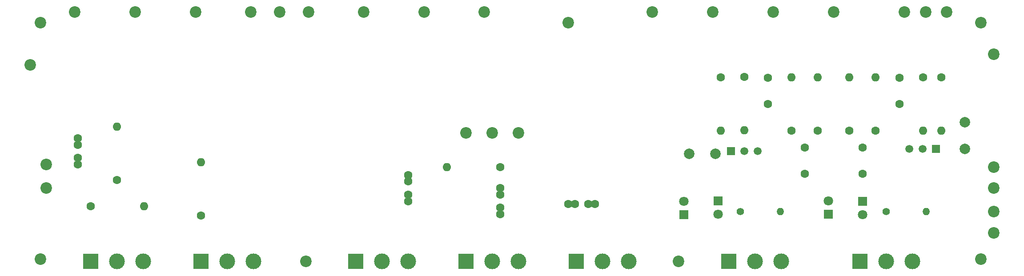
<source format=gbr>
%TF.GenerationSoftware,KiCad,Pcbnew,9.0.0*%
%TF.CreationDate,2025-02-28T17:27:40-06:00*%
%TF.ProjectId,Block-amp-front,426c6f63-6b2d-4616-9d70-2d66726f6e74,v0.1*%
%TF.SameCoordinates,Original*%
%TF.FileFunction,Soldermask,Bot*%
%TF.FilePolarity,Negative*%
%FSLAX46Y46*%
G04 Gerber Fmt 4.6, Leading zero omitted, Abs format (unit mm)*
G04 Created by KiCad (PCBNEW 9.0.0) date 2025-02-28 17:27:40*
%MOMM*%
%LPD*%
G01*
G04 APERTURE LIST*
%ADD10C,2.200000*%
%ADD11C,1.600000*%
%ADD12O,1.600000X1.600000*%
%ADD13R,1.800000X1.800000*%
%ADD14C,1.800000*%
%ADD15R,3.000000X3.000000*%
%ADD16C,3.000000*%
%ADD17C,1.400000*%
%ADD18O,1.400000X1.400000*%
%ADD19R,1.500000X1.500000*%
%ADD20C,1.500000*%
%ADD21C,2.000000*%
G04 APERTURE END LIST*
D10*
%TO.C,J26*%
X206000000Y-135500000D03*
%TD*%
%TO.C,J27*%
X206000000Y-131500000D03*
%TD*%
D11*
%TO.C,R10*%
X192500000Y-105920000D03*
D12*
X192500000Y-116080000D03*
%TD*%
D11*
%TO.C,C5*%
X163000000Y-111000000D03*
X163000000Y-106000000D03*
%TD*%
D13*
%TO.C,D4*%
X153500000Y-129460000D03*
D14*
X153500000Y-132000000D03*
%TD*%
D13*
%TO.C,D2*%
X181000000Y-129500000D03*
D14*
X181000000Y-132040000D03*
%TD*%
D10*
%TO.C,H1*%
X24500000Y-95500000D03*
%TD*%
D13*
%TO.C,D1*%
X174500000Y-132000000D03*
D14*
X174500000Y-129460000D03*
%TD*%
D10*
%TO.C,J12*%
X164000000Y-93500000D03*
%TD*%
%TO.C,J29*%
X206000000Y-127000000D03*
%TD*%
D11*
%TO.C,R15*%
X154000000Y-105920000D03*
D12*
X154000000Y-116080000D03*
%TD*%
D10*
%TO.C,J5*%
X97500000Y-93500000D03*
%TD*%
D11*
%TO.C,R12*%
X172500000Y-116080000D03*
D12*
X172500000Y-105920000D03*
%TD*%
D15*
%TO.C,RV3*%
X84500000Y-141000000D03*
D16*
X89500000Y-141000000D03*
X94500000Y-141000000D03*
%TD*%
D10*
%TO.C,J9*%
X141000000Y-93500000D03*
%TD*%
%TO.C,J11*%
X109000000Y-93500000D03*
%TD*%
%TO.C,J7*%
X31000000Y-93500000D03*
%TD*%
D15*
%TO.C,RV2*%
X55000000Y-141000000D03*
D16*
X60000000Y-141000000D03*
X65000000Y-141000000D03*
%TD*%
D10*
%TO.C,J30*%
X206000000Y-123000000D03*
%TD*%
D15*
%TO.C,RV4*%
X105500000Y-141000000D03*
D16*
X110500000Y-141000000D03*
X115500000Y-141000000D03*
%TD*%
D10*
%TO.C,J18*%
X70000000Y-93500000D03*
%TD*%
D11*
%TO.C,R4*%
X112000000Y-123000000D03*
D12*
X101840000Y-123000000D03*
%TD*%
D11*
%TO.C,R3*%
X55000000Y-132250000D03*
D12*
X55000000Y-122090000D03*
%TD*%
D10*
%TO.C,J17*%
X64500000Y-93500000D03*
%TD*%
D17*
%TO.C,R7*%
X157690000Y-131500000D03*
D18*
X165310000Y-131500000D03*
%TD*%
D10*
%TO.C,H7*%
X203500000Y-95500000D03*
%TD*%
%TO.C,J10*%
X54000000Y-93500000D03*
%TD*%
%TO.C,J19*%
X75500000Y-93500000D03*
%TD*%
D11*
%TO.C,C2*%
X94500000Y-124500000D03*
X94500000Y-125750000D03*
X94500000Y-128250000D03*
X94500000Y-129500000D03*
%TD*%
D10*
%TO.C,J22*%
X110500000Y-116500000D03*
%TD*%
%TO.C,J8*%
X86000000Y-93500000D03*
%TD*%
D19*
%TO.C,Q1*%
X155960000Y-120000000D03*
D20*
X158500000Y-120000000D03*
X161040000Y-120000000D03*
%TD*%
D10*
%TO.C,J4*%
X42500000Y-93500000D03*
%TD*%
%TO.C,H6*%
X146000000Y-141000000D03*
%TD*%
D19*
%TO.C,Q2*%
X195000000Y-119500000D03*
D20*
X192460000Y-119500000D03*
X189920000Y-119500000D03*
%TD*%
D15*
%TO.C,RV7*%
X180500000Y-141000000D03*
D16*
X185500000Y-141000000D03*
X190500000Y-141000000D03*
%TD*%
D15*
%TO.C,RV5*%
X126500000Y-141000000D03*
D16*
X131500000Y-141000000D03*
X136500000Y-141000000D03*
%TD*%
D10*
%TO.C,J16*%
X25580000Y-122500000D03*
%TD*%
D21*
%TO.C,C9*%
X200500000Y-114500000D03*
X200500000Y-119500000D03*
%TD*%
%TO.C,C10*%
X148000000Y-120500000D03*
X153000000Y-120500000D03*
%TD*%
D10*
%TO.C,H2*%
X24500000Y-140500000D03*
%TD*%
%TO.C,H5*%
X125000000Y-95500000D03*
%TD*%
D11*
%TO.C,R11*%
X183500000Y-116080000D03*
D12*
X183500000Y-105920000D03*
%TD*%
D11*
%TO.C,C7*%
X181000000Y-124260000D03*
X181000000Y-119260000D03*
%TD*%
D15*
%TO.C,RV8*%
X155500000Y-141000000D03*
D16*
X160500000Y-141000000D03*
X165500000Y-141000000D03*
%TD*%
D10*
%TO.C,J3*%
X189000000Y-93500000D03*
%TD*%
D15*
%TO.C,RV1*%
X34000000Y-141000000D03*
D16*
X39000000Y-141000000D03*
X44000000Y-141000000D03*
%TD*%
D10*
%TO.C,H4*%
X75000000Y-141000000D03*
%TD*%
D11*
%TO.C,R8*%
X158500000Y-105840000D03*
D12*
X158500000Y-116000000D03*
%TD*%
D17*
%TO.C,R6*%
X185500000Y-131500000D03*
D18*
X193120000Y-131500000D03*
%TD*%
D11*
%TO.C,R14*%
X196000000Y-105920000D03*
D12*
X196000000Y-116080000D03*
%TD*%
D10*
%TO.C,J20*%
X105500000Y-116500000D03*
%TD*%
%TO.C,H8*%
X203500000Y-140500000D03*
%TD*%
D13*
%TO.C,D3*%
X147000000Y-132040000D03*
D14*
X147000000Y-129500000D03*
%TD*%
D11*
%TO.C,R9*%
X167500000Y-116080000D03*
D12*
X167500000Y-105920000D03*
%TD*%
D10*
%TO.C,J32*%
X175500000Y-93500000D03*
%TD*%
D11*
%TO.C,C8*%
X170000000Y-124260000D03*
X170000000Y-119260000D03*
%TD*%
%TO.C,R2*%
X39000000Y-125500000D03*
D12*
X39000000Y-115340000D03*
%TD*%
D11*
%TO.C,C3*%
X112000000Y-127000000D03*
X112000000Y-128250000D03*
X112000000Y-130750000D03*
X112000000Y-132000000D03*
%TD*%
D10*
%TO.C,J1*%
X193000000Y-93500000D03*
%TD*%
%TO.C,J6*%
X152500000Y-93500000D03*
%TD*%
%TO.C,J14*%
X25580000Y-127000000D03*
%TD*%
D11*
%TO.C,R13*%
X178500000Y-116080000D03*
D12*
X178500000Y-105920000D03*
%TD*%
D11*
%TO.C,C6*%
X188000000Y-111000000D03*
X188000000Y-106000000D03*
%TD*%
D10*
%TO.C,J2*%
X197000000Y-93500000D03*
%TD*%
D11*
%TO.C,C4*%
X125000000Y-130000000D03*
X126250000Y-130000000D03*
X128750000Y-130000000D03*
X130000000Y-130000000D03*
%TD*%
D10*
%TO.C,J21*%
X115500000Y-116500000D03*
%TD*%
D11*
%TO.C,C1*%
X31580000Y-117500000D03*
X31580000Y-118750000D03*
X31580000Y-121250000D03*
X31580000Y-122500000D03*
%TD*%
D10*
%TO.C,J13*%
X22500000Y-103500000D03*
%TD*%
%TO.C,J28*%
X206000000Y-101500000D03*
%TD*%
D11*
%TO.C,R1*%
X34000000Y-130500000D03*
D12*
X44160000Y-130500000D03*
%TD*%
M02*

</source>
